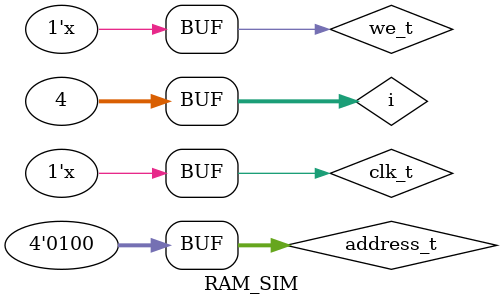
<source format=v>
`timescale 1ns / 1ps
module RAM_SIM();
    wire [3:0] data_t;
    reg [3:0] address_t;
    reg we_t, clk_t;
    wire [3:0] out_t;

    RAM YAY (.data(data_t), .address(address_t), .we(we_t), .clk(clk_t), .out(out_t));
    data_tester data_test_uut(address_t[0], address_t[1], address_t[2], address_t[3],
                              data_t[0], data_t[1], data_t[2], data_t[3]);

    integer i;
    initial begin
        clk_t = 1'b0;
        we_t = 1'b0;
        address_t = 4'd0;
        for (i = 0; i <= 3; i = i + 1) begin
            #40 address_t = address_t + 1;
        end
    end

    always #5 clk_t = ~clk_t;
    always #20 we_t = ~we_t;
endmodule

</source>
